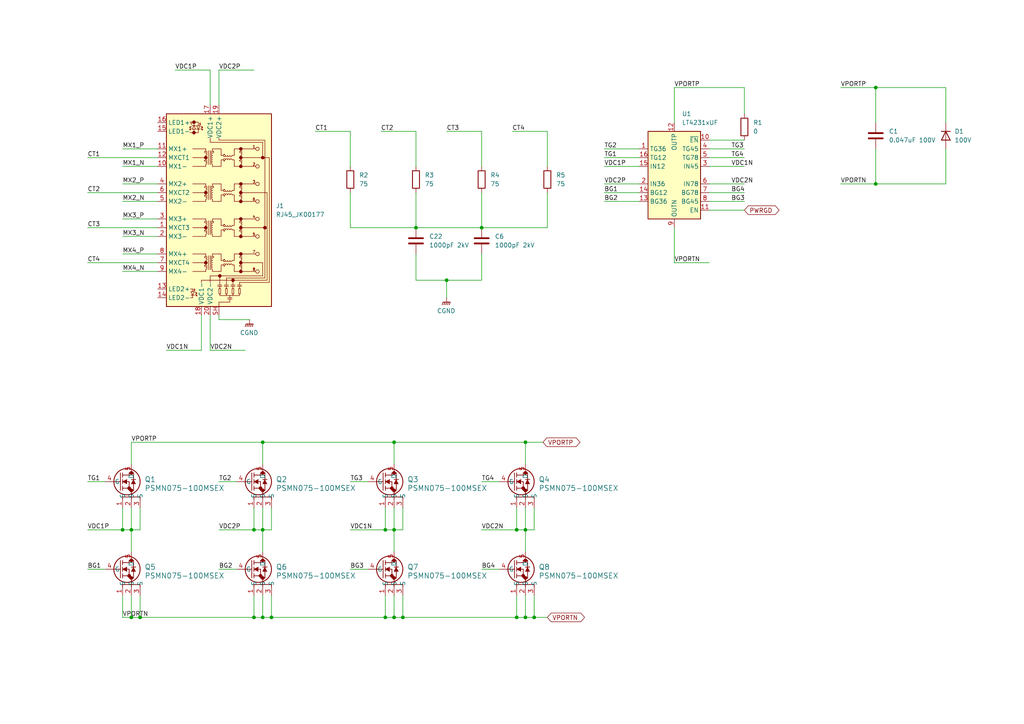
<source format=kicad_sch>
(kicad_sch (version 20231120) (generator "eeschema") (generator_version "8.0")
  (paper "A4")
  (lib_symbols
    (symbol "Connector:RJ45_JK00177"
      (property "Reference" "J" (at -15.24 29.21 0))
      (property "Value" "RJ45_JK00177" (at 10.16 29.21 0))
      (symbol "RJ45_JK00177_0_0"
        (circle (center -7.239 22.479) (radius 0.0001) (stroke (width 0.508)))
        (circle (center -7.239 25.527) (radius 0.0001) (stroke (width 0.508)))
        (circle (center -3.81 -15.24) (radius 0.0001) (stroke (width 0.508)))
        (circle (center -3.81 -5.08) (radius 0.0001) (stroke (width 0.508)))
        (circle (center -3.81 5.08) (radius 0.0001) (stroke (width 0.508)))
        (circle (center -3.81 15.24) (radius 0.0001) (stroke (width 0.508)))
        (circle (center 0.254 -19.05) (radius 0.0001) (stroke (width 0.508)))
        (circle (center 4.064 -20.32) (radius 0.0001) (stroke (width 0.508)))
        (circle (center 6.35 -17.78) (radius 0.0001) (stroke (width 0.508)))
        (circle (center 6.35 -15.24) (radius 0.0001) (stroke (width 0.508)))
        (circle (center 6.35 -12.7) (radius 0.0001) (stroke (width 0.508)))
        (circle (center 6.35 -7.62) (radius 0.0001) (stroke (width 0.508)))
        (circle (center 6.35 -5.08) (radius 0.0001) (stroke (width 0.508)))
        (circle (center 6.35 -2.54) (radius 0.0001) (stroke (width 0.508)))
        (circle (center 6.35 2.54) (radius 0.0001) (stroke (width 0.508)))
        (circle (center 6.35 5.08) (radius 0.0001) (stroke (width 0.508)))
        (circle (center 6.35 7.62) (radius 0.0001) (stroke (width 0.508)))
        (circle (center 6.35 12.7) (radius 0.0001) (stroke (width 0.508)))
        (circle (center 6.35 15.24) (radius 0.0001) (stroke (width 0.508)))
        (circle (center 6.35 17.78) (radius 0.0001) (stroke (width 0.508)))
        (circle (center 12.7 15.24) (radius 0.0001) (stroke (width 0.508)))
        (circle (center 13.335 -5.08) (radius 0.0001) (stroke (width 0.508)))
        (text "" (at -7.874 24.892 900) (effects (font (size 1.27 1.27))))
        (text "1" (at 10.16 18.415 0) (effects (font (size 0.762 0.762))))
        (text "2" (at 10.16 13.335 0) (effects (font (size 0.762 0.762))))
        (text "3" (at 10.16 8.255 0) (effects (font (size 0.762 0.762))))
        (text "4" (at 10.16 -1.905 0) (effects (font (size 0.762 0.762))))
        (text "5" (at 10.16 -6.985 0) (effects (font (size 0.762 0.762))))
        (text "6" (at 10.16 3.175 0) (effects (font (size 0.762 0.762))))
        (text "7" (at 10.16 -12.065 0) (effects (font (size 0.762 0.762))))
        (text "8" (at 10.16 -17.145 0) (effects (font (size 0.762 0.762))))
        (text "G" (at -7.112 -23.114 0) (effects (font (size 0.508 0.508))))
        (text "G" (at -5.461 25.019 0) (effects (font (size 0.508 0.508))))
        (text "Y" (at -8.001 25.019 0) (effects (font (size 0.508 0.508))))
      )
      (symbol "RJ45_JK00177_0_1"
        (rectangle (start -15.24 27.94) (end 15.24 -27.94) (stroke (width 0.254)) (fill (type background)))
        (circle (center -4.064 -16.129) (radius 0.127) (fill (type outline)))
        (circle (center -4.064 -13.589) (radius 0.127) (fill (type outline)))
        (circle (center -4.064 -5.969) (radius 0.127) (fill (type outline)))
        (circle (center -4.064 -3.429) (radius 0.127) (fill (type outline)))
        (circle (center -4.064 4.191) (radius 0.127) (fill (type outline)))
        (circle (center -4.064 6.731) (radius 0.127) (fill (type outline)))
        (circle (center -4.064 14.351) (radius 0.127) (fill (type outline)))
        (circle (center -4.064 16.891) (radius 0.127) (fill (type outline)))
        (arc (start -3.81 -17.145) (mid -3.5052 -16.8402) (end -3.81 -16.51))
        (arc (start -3.81 -16.51) (mid -3.5052 -16.2052) (end -3.81 -15.875))
        (arc (start -3.81 -14.605) (mid -3.5052 -14.3002) (end -3.81 -13.97))
        (arc (start -3.81 -13.97) (mid -3.5052 -13.6652) (end -3.81 -13.335))
        (arc (start -3.81 -6.985) (mid -3.5052 -6.6802) (end -3.81 -6.35))
        (arc (start -3.81 -6.35) (mid -3.5052 -6.0452) (end -3.81 -5.715))
        (arc (start -3.81 -4.445) (mid -3.5052 -4.1402) (end -3.81 -3.81))
        (arc (start -3.81 -3.81) (mid -3.5052 -3.5052) (end -3.81 -3.175))
        (arc (start -3.81 3.175) (mid -3.5052 3.4798) (end -3.81 3.81))
        (arc (start -3.81 3.81) (mid -3.5052 4.1148) (end -3.81 4.445))
        (arc (start -3.81 5.715) (mid -3.5052 6.0198) (end -3.81 6.35))
        (arc (start -3.81 6.35) (mid -3.5052 6.6548) (end -3.81 6.985))
        (arc (start -3.81 13.335) (mid -3.5052 13.6398) (end -3.81 13.97))
        (arc (start -3.81 13.97) (mid -3.5052 14.2748) (end -3.81 14.605))
        (arc (start -3.81 15.875) (mid -3.5052 16.1798) (end -3.81 16.51))
        (arc (start -3.81 16.51) (mid -3.5052 16.8148) (end -3.81 17.145))
        (arc (start -1.905 -16.51) (mid -2.2098 -16.8148) (end -1.905 -17.145))
        (arc (start -1.905 -15.875) (mid -2.2098 -16.1798) (end -1.905 -16.51))
        (arc (start -1.905 -15.24) (mid -2.2098 -15.5448) (end -1.905 -15.875))
        (arc (start -1.905 -14.605) (mid -2.2098 -14.9098) (end -1.905 -15.24))
        (arc (start -1.905 -13.97) (mid -2.2098 -14.2748) (end -1.905 -14.605))
        (arc (start -1.905 -13.335) (mid -2.2098 -13.6398) (end -1.905 -13.97))
        (arc (start -1.905 -6.35) (mid -2.2098 -6.6548) (end -1.905 -6.985))
        (arc (start -1.905 -5.715) (mid -2.2098 -6.0198) (end -1.905 -6.35))
        (arc (start -1.905 -5.08) (mid -2.2098 -5.3848) (end -1.905 -5.715))
        (arc (start -1.905 -4.445) (mid -2.2098 -4.7498) (end -1.905 -5.08))
        (arc (start -1.905 -3.81) (mid -2.2098 -4.1148) (end -1.905 -4.445))
        (arc (start -1.905 -3.175) (mid -2.2098 -3.4798) (end -1.905 -3.81))
        (arc (start -1.905 3.81) (mid -2.2098 3.5052) (end -1.905 3.175))
        (arc (start -1.905 4.445) (mid -2.2098 4.1402) (end -1.905 3.81))
        (arc (start -1.905 5.08) (mid -2.2098 4.7752) (end -1.905 4.445))
        (arc (start -1.905 5.715) (mid -2.2098 5.4102) (end -1.905 5.08))
        (arc (start -1.905 6.35) (mid -2.2098 6.0452) (end -1.905 5.715))
        (arc (start -1.905 6.985) (mid -2.2098 6.6802) (end -1.905 6.35))
        (arc (start -1.905 13.97) (mid -2.2098 13.6652) (end -1.905 13.335))
        (arc (start -1.905 14.605) (mid -2.2098 14.3002) (end -1.905 13.97))
        (arc (start -1.905 15.24) (mid -2.2098 14.9352) (end -1.905 14.605))
        (arc (start -1.905 15.875) (mid -2.2098 15.5702) (end -1.905 15.24))
        (arc (start -1.905 16.51) (mid -2.2098 16.2052) (end -1.905 15.875))
        (arc (start -1.905 17.145) (mid -2.2098 16.8402) (end -1.905 16.51))
        (circle (center -1.651 -13.589) (radius 0.127) (fill (type outline)))
        (circle (center -1.651 -3.429) (radius 0.127) (fill (type outline)))
        (circle (center -1.651 6.731) (radius 0.127) (fill (type outline)))
        (circle (center -1.651 16.891) (radius 0.127) (fill (type outline)))
        (rectangle (start 0 -22.733) (end 0.508 -24.257) (stroke (width 0.1524)))
        (polyline (pts (xy -7.62 -17.78) (xy -3.81 -17.78)))
        (polyline (pts (xy -7.62 -15.24) (xy -6.35 -15.24)))
        (polyline (pts (xy -7.62 -12.7) (xy -3.81 -12.7)))
        (polyline (pts (xy -7.62 -7.62) (xy -3.81 -7.62)))
        (polyline (pts (xy -7.62 -5.08) (xy -6.35 -5.08)))
        (polyline (pts (xy -7.62 -2.54) (xy -3.81 -2.54)))
        (polyline (pts (xy -7.62 2.54) (xy -3.81 2.54)))
        (polyline (pts (xy -7.62 5.08) (xy -6.35 5.08)))
        (polyline (pts (xy -7.62 7.62) (xy -3.81 7.62)))
        (polyline (pts (xy -7.62 12.7) (xy -3.81 12.7)))
        (polyline (pts (xy -7.62 15.24) (xy -6.35 15.24)))
        (polyline (pts (xy -7.62 17.78) (xy -3.81 17.78)))
        (polyline (pts (xy -6.35 -15.24) (xy -3.81 -15.24)))
        (polyline (pts (xy -6.35 -5.08) (xy -3.81 -5.08)))
        (polyline (pts (xy -6.35 5.08) (xy -3.81 5.08)))
        (polyline (pts (xy -6.35 15.24) (xy -3.81 15.24)))
        (polyline (pts (xy -3.81 -17.78) (xy -3.81 -17.145)))
        (polyline (pts (xy -3.81 -15.24) (xy -3.81 -15.875)))
        (polyline (pts (xy -3.81 -15.24) (xy -3.81 -14.605)))
        (polyline (pts (xy -3.81 -12.7) (xy -3.81 -13.335)))
        (polyline (pts (xy -3.81 -7.62) (xy -3.81 -6.985)))
        (polyline (pts (xy -3.81 -5.08) (xy -3.81 -5.715)))
        (polyline (pts (xy -3.81 -5.08) (xy -3.81 -4.445)))
        (polyline (pts (xy -3.81 -2.54) (xy -3.81 -3.175)))
        (polyline (pts (xy -3.81 2.54) (xy -3.81 3.175)))
        (polyline (pts (xy -3.81 5.08) (xy -3.81 4.445)))
        (polyline (pts (xy -3.81 5.08) (xy -3.81 5.715)))
        (polyline (pts (xy -3.81 7.62) (xy -3.81 6.985)))
        (polyline (pts (xy -3.81 12.7) (xy -3.81 13.335)))
        (polyline (pts (xy -3.81 15.24) (xy -3.81 14.605)))
        (polyline (pts (xy -3.81 15.24) (xy -3.81 15.875)))
        (polyline (pts (xy -3.81 17.78) (xy -3.81 17.145)))
        (polyline (pts (xy -3.048 -17.272) (xy -3.048 -13.208)))
        (polyline (pts (xy -3.048 -7.112) (xy -3.048 -3.048)))
        (polyline (pts (xy -3.048 3.048) (xy -3.048 7.112)))
        (polyline (pts (xy -3.048 13.208) (xy -3.048 17.272)))
        (polyline (pts (xy -2.54 -17.272) (xy -2.54 -13.208)))
        (polyline (pts (xy -2.54 -7.112) (xy -2.54 -3.048)))
        (polyline (pts (xy -2.54 3.048) (xy -2.54 7.112)))
        (polyline (pts (xy -2.54 13.208) (xy -2.54 17.272)))
        (polyline (pts (xy -0.381 -22.098) (xy 0.889 -22.098)) (stroke (width 0.1524)))
        (polyline (pts (xy -0.381 -21.717) (xy 0.889 -21.717)) (stroke (width 0.1524)))
        (polyline (pts (xy 0 -27.94) (xy 0 -26.67)) (stroke (width 0.1524)))
        (polyline (pts (xy 0.254 -21.717) (xy 0.254 -19.05)) (stroke (width 0.1524)))
        (polyline (pts (xy 0.254 -19.05) (xy 12.7 -19.05)))
        (polyline (pts (xy 0.635 -14.605) (xy 1.27 -14.605)))
        (polyline (pts (xy 0.635 -4.445) (xy 1.27 -4.445)))
        (polyline (pts (xy 0.635 5.715) (xy 1.27 5.715)))
        (polyline (pts (xy 0.635 15.875) (xy 1.27 15.875)))
        (polyline (pts (xy 1.524 -22.098) (xy 2.794 -22.098)) (stroke (width 0.1524)))
        (polyline (pts (xy 1.524 -21.717) (xy 2.794 -21.717)) (stroke (width 0.1524)))
        (polyline (pts (xy 2.159 -24.257) (xy 2.159 -24.765)) (stroke (width 0.1524)))
        (polyline (pts (xy 2.159 -21.717) (xy 2.159 -19.685)) (stroke (width 0.1524)))
        (polyline (pts (xy 3.429 -22.098) (xy 4.699 -22.098)) (stroke (width 0.1524)))
        (polyline (pts (xy 3.429 -21.717) (xy 4.699 -21.717)) (stroke (width 0.1524)))
        (polyline (pts (xy 3.81 -25.781) (xy 2.54 -25.781)) (stroke (width 0.1524)))
        (polyline (pts (xy 3.81 -25.4) (xy 2.54 -25.4)) (stroke (width 0.1524)))
        (polyline (pts (xy 4.064 -24.257) (xy 4.064 -24.765)) (stroke (width 0.1524)))
        (polyline (pts (xy 4.064 -21.717) (xy 4.064 -20.32)) (stroke (width 0.1524)))
        (polyline (pts (xy 4.445 -17.78) (xy 6.35 -17.78)))
        (polyline (pts (xy 4.445 -12.7) (xy 6.35 -12.7)))
        (polyline (pts (xy 4.445 -7.62) (xy 6.35 -7.62)))
        (polyline (pts (xy 4.445 -2.54) (xy 6.35 -2.54)))
        (polyline (pts (xy 4.445 2.54) (xy 6.35 2.54)))
        (polyline (pts (xy 4.445 7.62) (xy 6.35 7.62)))
        (polyline (pts (xy 4.445 12.7) (xy 6.35 12.7)))
        (polyline (pts (xy 4.445 17.78) (xy 6.35 17.78)))
        (polyline (pts (xy 5.334 -22.098) (xy 6.604 -22.098)) (stroke (width 0.1524)))
        (polyline (pts (xy 5.334 -21.717) (xy 6.604 -21.717)) (stroke (width 0.1524)))
        (polyline (pts (xy 5.969 -21.717) (xy 5.969 -20.955)) (stroke (width 0.1524)))
        (polyline (pts (xy 6.35 -17.78) (xy 6.35 -17.145)))
        (polyline (pts (xy 6.35 -17.78) (xy 10.668 -17.78)))
        (polyline (pts (xy 6.35 -15.24) (xy 6.35 -15.875)))
        (polyline (pts (xy 6.35 -15.24) (xy 6.35 -14.605)))
        (polyline (pts (xy 6.35 -15.24) (xy 12.7 -15.24)))
        (polyline (pts (xy 6.35 -12.7) (xy 6.35 -13.335)))
        (polyline (pts (xy 6.35 -12.7) (xy 10.668 -12.7)))
        (polyline (pts (xy 6.35 -7.62) (xy 6.35 -6.985)))
        (polyline (pts (xy 6.35 -7.62) (xy 10.668 -7.62)))
        (polyline (pts (xy 6.35 -5.08) (xy 6.35 -5.715)))
        (polyline (pts (xy 6.35 -5.08) (xy 6.35 -4.445)))
        (polyline (pts (xy 6.35 -5.08) (xy 13.335 -5.08)))
        (polyline (pts (xy 6.35 -2.54) (xy 6.35 -3.175)))
        (polyline (pts (xy 6.35 -2.54) (xy 10.668 -2.54)))
        (polyline (pts (xy 6.35 2.54) (xy 6.35 3.175)))
        (polyline (pts (xy 6.35 2.54) (xy 10.668 2.54)))
        (polyline (pts (xy 6.35 5.08) (xy 6.35 4.445)))
        (polyline (pts (xy 6.35 5.08) (xy 6.35 5.715)))
        (polyline (pts (xy 6.35 7.62) (xy 6.35 6.985)))
        (polyline (pts (xy 6.35 7.62) (xy 10.668 7.62)))
        (polyline (pts (xy 6.35 12.7) (xy 6.35 13.335)))
        (polyline (pts (xy 6.35 12.7) (xy 10.668 12.7)))
        (polyline (pts (xy 6.35 15.24) (xy 6.35 14.605)))
        (polyline (pts (xy 6.35 15.24) (xy 6.35 15.875)))
        (polyline (pts (xy 6.35 17.78) (xy 6.35 17.145)))
        (polyline (pts (xy 6.35 17.78) (xy 10.668 17.78)))
        (polyline (pts (xy 12.7 -19.05) (xy 12.7 -15.24)))
        (polyline (pts (xy 13.335 -19.685) (xy 2.159 -19.685)) (stroke (width 0.1524)))
        (polyline (pts (xy 13.335 -19.685) (xy 13.335 -5.08)))
        (polyline (pts (xy 13.97 -20.32) (xy 4.064 -20.32)) (stroke (width 0.1524)))
        (polyline (pts (xy 13.97 -20.32) (xy 13.97 5.08)))
        (polyline (pts (xy 13.97 5.08) (xy 6.35 5.08)))
        (polyline (pts (xy 14.605 -20.955) (xy 5.969 -20.955)) (stroke (width 0.1524)))
        (polyline (pts (xy 14.605 -20.955) (xy 14.605 15.24)))
        (polyline (pts (xy 14.605 15.24) (xy 6.35 15.24)))
        (polyline (pts (xy -2.54 -20.955) (xy -2.54 -19.05) (xy 0.254 -19.05)) (stroke (width 0.1524)))
        (polyline (pts (xy -1.905 -17.145) (xy -1.905 -17.78) (xy 0 -17.78)))
        (polyline (pts (xy -1.905 -13.335) (xy -1.905 -12.7) (xy 0 -12.7)))
        (polyline (pts (xy -1.905 -6.985) (xy -1.905 -7.62) (xy 0 -7.62)))
        (polyline (pts (xy -1.905 -3.175) (xy -1.905 -2.54) (xy 0 -2.54)))
        (polyline (pts (xy -1.905 3.175) (xy -1.905 2.54) (xy 0 2.54)))
        (polyline (pts (xy -1.905 6.985) (xy -1.905 7.62) (xy 0 7.62)))
        (polyline (pts (xy -1.905 13.335) (xy -1.905 12.7) (xy 0 12.7)))
        (polyline (pts (xy -1.905 17.145) (xy -1.905 17.78) (xy 0 17.78)))
        (polyline (pts (xy 0 -26.67) (xy 3.175 -26.67) (xy 3.175 -25.781)) (stroke (width 0.1524)))
        (polyline (pts (xy 0 -12.7) (xy 0.635 -12.7) (xy 0.635 -14.605)))
        (polyline (pts (xy 0 -2.54) (xy 0.635 -2.54) (xy 0.635 -4.445)))
        (polyline (pts (xy 0 7.62) (xy 0.635 7.62) (xy 0.635 5.715)))
        (polyline (pts (xy 0 17.78) (xy 0.635 17.78) (xy 0.635 15.875)))
        (polyline (pts (xy 3.81 -15.875) (xy 4.445 -15.875) (xy 4.445 -17.78)))
        (polyline (pts (xy 3.81 -14.605) (xy 4.445 -14.605) (xy 4.445 -12.7)))
        (polyline (pts (xy 3.81 -5.715) (xy 4.445 -5.715) (xy 4.445 -7.62)))
        (polyline (pts (xy 3.81 -4.445) (xy 4.445 -4.445) (xy 4.445 -2.54)))
        (polyline (pts (xy 3.81 4.445) (xy 4.445 4.445) (xy 4.445 2.54)))
        (polyline (pts (xy 3.81 5.715) (xy 4.445 5.715) (xy 4.445 7.62)))
        (polyline (pts (xy 3.81 14.605) (xy 4.445 14.605) (xy 4.445 12.7)))
        (polyline (pts (xy 3.81 15.875) (xy 4.445 15.875) (xy 4.445 17.78)))
        (polyline (pts (xy 4.064 -20.32) (xy -5.08 -20.32) (xy -5.08 -20.955)) (stroke (width 0.1524)))
        (polyline (pts (xy -2.54 20.955) (xy -2.54 19.685) (xy 12.7 19.685) (xy 12.7 15.24)) (stroke (width 0.1524)))
        (polyline (pts (xy 0 -17.78) (xy 0.635 -17.78) (xy 0.635 -15.875) (xy 1.27 -15.875)))
        (polyline (pts (xy 0 -7.62) (xy 0.635 -7.62) (xy 0.635 -5.715) (xy 1.27 -5.715)))
        (polyline (pts (xy 0 2.54) (xy 0.635 2.54) (xy 0.635 4.445) (xy 1.27 4.445)))
        (polyline (pts (xy 0 12.7) (xy 0.635 12.7) (xy 0.635 14.605) (xy 1.27 14.605)))
        (polyline (pts (xy 0.254 -24.257) (xy 0.254 -24.765) (xy 5.969 -24.765) (xy 5.969 -24.257)) (stroke (width 0.1524)))
        (polyline (pts (xy 13.335 -5.08) (xy 13.335 20.32) (xy 0 20.32) (xy 0 20.955)) (stroke (width 0.1524)))
        (rectangle (start 0.254 -22.733) (end 0.254 -22.098) (stroke (width 0.1524)))
        (arc (start 1.27 -14.605) (mid 1.5748 -14.9098) (end 1.905 -14.605))
        (arc (start 1.27 -4.445) (mid 1.5748 -4.7498) (end 1.905 -4.445))
        (arc (start 1.27 5.715) (mid 1.5748 5.4102) (end 1.905 5.715))
        (arc (start 1.27 15.875) (mid 1.5748 15.5702) (end 1.905 15.875))
        (circle (center 1.524 -16.129) (radius 0.127) (fill (type outline)))
        (circle (center 1.524 -14.351) (radius 0.127) (fill (type outline)))
        (circle (center 1.524 -5.969) (radius 0.127) (fill (type outline)))
        (circle (center 1.524 -4.191) (radius 0.127) (fill (type outline)))
        (circle (center 1.524 4.191) (radius 0.127) (fill (type outline)))
        (circle (center 1.524 5.969) (radius 0.127) (fill (type outline)))
        (circle (center 1.524 14.351) (radius 0.127) (fill (type outline)))
        (circle (center 1.524 16.129) (radius 0.127) (fill (type outline)))
        (rectangle (start 1.905 -22.733) (end 2.413 -24.257) (stroke (width 0.1524)))
        (arc (start 1.905 -15.875) (mid 1.6002 -15.5702) (end 1.27 -15.875))
        (arc (start 1.905 -14.605) (mid 2.2098 -14.9098) (end 2.54 -14.605))
        (arc (start 1.905 -5.715) (mid 1.6002 -5.4102) (end 1.27 -5.715))
        (arc (start 1.905 -4.445) (mid 2.2098 -4.7498) (end 2.54 -4.445))
        (arc (start 1.905 4.445) (mid 1.6002 4.7498) (end 1.27 4.445))
        (arc (start 1.905 5.715) (mid 2.2098 5.4102) (end 2.54 5.715))
        (arc (start 1.905 14.605) (mid 1.6002 14.9098) (end 1.27 14.605))
        (arc (start 1.905 15.875) (mid 2.2098 15.5702) (end 2.54 15.875))
        (rectangle (start 2.159 -22.733) (end 2.159 -22.098) (stroke (width 0.1524)))
        (arc (start 2.54 -15.875) (mid 2.2352 -15.5702) (end 1.905 -15.875))
        (arc (start 2.54 -14.605) (mid 2.8448 -14.9098) (end 3.175 -14.605))
        (arc (start 2.54 -5.715) (mid 2.2352 -5.4102) (end 1.905 -5.715))
        (arc (start 2.54 -4.445) (mid 2.8448 -4.7498) (end 3.175 -4.445))
        (arc (start 2.54 4.445) (mid 2.2352 4.7498) (end 1.905 4.445))
        (arc (start 2.54 5.715) (mid 2.8448 5.4102) (end 3.175 5.715))
        (arc (start 2.54 14.605) (mid 2.2352 14.9098) (end 1.905 14.605))
        (arc (start 2.54 15.875) (mid 2.8448 15.5702) (end 3.175 15.875))
        (rectangle (start 3.175 -24.765) (end 3.175 -25.4) (stroke (width 0.1524)))
        (arc (start 3.175 -15.875) (mid 2.8702 -15.5702) (end 2.54 -15.875))
        (arc (start 3.175 -14.605) (mid 3.4798 -14.9098) (end 3.81 -14.605))
        (arc (start 3.175 -5.715) (mid 2.8702 -5.4102) (end 2.54 -5.715))
        (arc (start 3.175 -4.445) (mid 3.4798 -4.7498) (end 3.81 -4.445))
        (arc (start 3.175 4.445) (mid 2.8702 4.7498) (end 2.54 4.445))
        (arc (start 3.175 5.715) (mid 3.4798 5.4102) (end 3.81 5.715))
        (arc (start 3.175 14.605) (mid 2.8702 14.9098) (end 2.54 14.605))
        (arc (start 3.175 15.875) (mid 3.4798 15.5702) (end 3.81 15.875))
        (rectangle (start 3.81 -22.733) (end 4.318 -24.257) (stroke (width 0.1524)))
        (arc (start 3.81 -15.875) (mid 3.5052 -15.5702) (end 3.175 -15.875))
        (arc (start 3.81 -5.715) (mid 3.5052 -5.4102) (end 3.175 -5.715))
        (arc (start 3.81 4.445) (mid 3.5052 4.7498) (end 3.175 4.445))
        (arc (start 3.81 14.605) (mid 3.5052 14.9098) (end 3.175 14.605))
        (rectangle (start 4.064 -22.733) (end 4.064 -22.098) (stroke (width 0.1524)))
        (rectangle (start 5.715 -22.733) (end 6.223 -24.257) (stroke (width 0.1524)))
        (rectangle (start 5.969 -22.733) (end 5.969 -22.098) (stroke (width 0.1524)))
        (circle (center 6.096 -16.129) (radius 0.127) (fill (type outline)))
        (circle (center 6.096 -13.589) (radius 0.127) (fill (type outline)))
        (circle (center 6.096 -5.969) (radius 0.127) (fill (type outline)))
        (circle (center 6.096 -3.429) (radius 0.127) (fill (type outline)))
        (circle (center 6.096 4.191) (radius 0.127) (fill (type outline)))
        (circle (center 6.096 6.731) (radius 0.127) (fill (type outline)))
        (circle (center 6.096 14.351) (radius 0.127) (fill (type outline)))
        (circle (center 6.096 16.891) (radius 0.127) (fill (type outline)))
        (arc (start 6.35 -17.145) (mid 6.6548 -16.8275) (end 6.35 -16.51))
        (arc (start 6.35 -16.51) (mid 6.6548 -16.1925) (end 6.35 -15.875))
        (arc (start 6.35 -14.605) (mid 6.6548 -14.2875) (end 6.35 -13.97))
        (arc (start 6.35 -13.97) (mid 6.6548 -13.6525) (end 6.35 -13.335))
        (arc (start 6.35 -6.985) (mid 6.6548 -6.6675) (end 6.35 -6.35))
        (arc (start 6.35 -6.35) (mid 6.6548 -6.0325) (end 6.35 -5.715))
        (arc (start 6.35 -4.445) (mid 6.6548 -4.1275) (end 6.35 -3.81))
        (arc (start 6.35 -3.81) (mid 6.6548 -3.4925) (end 6.35 -3.175))
        (arc (start 6.35 3.175) (mid 6.6548 3.4925) (end 6.35 3.81))
        (arc (start 6.35 3.81) (mid 6.6548 4.1275) (end 6.35 4.445))
        (arc (start 6.35 5.715) (mid 6.6548 6.0325) (end 6.35 6.35))
        (arc (start 6.35 6.35) (mid 6.6548 6.6675) (end 6.35 6.985))
        (arc (start 6.35 13.335) (mid 6.6548 13.6525) (end 6.35 13.97))
        (arc (start 6.35 13.97) (mid 6.6548 14.2875) (end 6.35 14.605))
        (arc (start 6.35 15.875) (mid 6.6548 16.1925) (end 6.35 16.51))
        (arc (start 6.35 16.51) (mid 6.6548 16.8275) (end 6.35 17.145))
        (circle (center 11.176 -17.78) (radius 0.508))
        (circle (center 11.176 -12.7) (radius 0.508))
        (circle (center 11.176 -7.62) (radius 0.508))
        (circle (center 11.176 -2.54) (radius 0.508))
        (circle (center 11.176 2.54) (radius 0.508))
        (circle (center 11.176 7.62) (radius 0.508))
        (circle (center 11.176 12.7) (radius 0.508))
        (circle (center 11.176 17.78) (radius 0.508))
      )
      (symbol "RJ45_JK00177_1_1"
        (polyline (pts (xy -8.509 23.241) (xy -8.382 23.622)))
        (polyline (pts (xy -8.509 23.876) (xy -8.382 24.257)))
        (polyline (pts (xy -8.255 -25.4) (xy -7.62 -25.4)))
        (polyline (pts (xy -8.255 -22.86) (xy -7.62 -22.86)))
        (polyline (pts (xy -8.128 -24.638) (xy -7.112 -24.638)))
        (polyline (pts (xy -7.62 -25.4) (xy -7.62 -24.638)))
        (polyline (pts (xy -7.62 -22.86) (xy -7.62 -23.622)))
        (polyline (pts (xy -7.239 22.479) (xy -7.239 23.495)))
        (polyline (pts (xy -7.239 25.527) (xy -7.239 24.511)))
        (polyline (pts (xy -6.731 24.511) (xy -7.747 24.511)))
        (polyline (pts (xy -6.477 23.495) (xy -5.461 23.495)))
        (polyline (pts (xy -6.35 -24.892) (xy -6.477 -24.511)))
        (polyline (pts (xy -6.35 -24.257) (xy -6.477 -23.876)))
        (polyline (pts (xy -4.699 23.241) (xy -4.826 23.622)))
        (polyline (pts (xy -4.699 23.876) (xy -4.826 24.257)))
        (polyline (pts (xy -8.382 22.479) (xy -5.969 22.479) (xy -5.969 23.495)))
        (polyline (pts (xy -8.001 23.749) (xy -8.509 23.241) (xy -8.128 23.368)))
        (polyline (pts (xy -8.001 24.384) (xy -8.509 23.876) (xy -8.128 24.003)))
        (polyline (pts (xy -6.858 -24.384) (xy -6.35 -24.892) (xy -6.731 -24.765)))
        (polyline (pts (xy -6.858 -23.749) (xy -6.35 -24.257) (xy -6.731 -24.13)))
        (polyline (pts (xy -5.969 24.511) (xy -5.969 25.527) (xy -8.382 25.527)))
        (polyline (pts (xy -5.207 23.749) (xy -4.699 23.241) (xy -5.08 23.368)))
        (polyline (pts (xy -5.207 24.384) (xy -4.699 23.876) (xy -5.08 24.003)))
        (polyline (pts (xy -7.62 -24.638) (xy -8.128 -23.622) (xy -7.112 -23.622) (xy -7.62 -24.638)))
        (polyline (pts (xy -7.239 24.511) (xy -6.731 23.495) (xy -7.747 23.495) (xy -7.239 24.511)))
        (polyline (pts (xy -5.969 23.495) (xy -6.477 24.511) (xy -5.461 24.511) (xy -5.969 23.495)))
        (pin passive line (at -17.78 -5.08 0) (length 2.54) (name "MXCT3") (number "1"))
        (pin passive line (at -17.78 12.7 0) (length 2.54) (name "MX1-") (number "10"))
        (pin passive line (at -17.78 17.78 0) (length 2.54) (name "MX1+") (number "11"))
        (pin passive line (at -17.78 15.24 0) (length 2.54) (name "MXCT1") (number "12"))
        (pin passive line (at -17.78 -22.86 0) (length 2.54) (name "LED2+") (number "13"))
        (pin passive line (at -17.78 -25.4 0) (length 2.54) (name "LED2-") (number "14"))
        (pin passive line (at -17.78 22.86 0) (length 2.54) (name "LED1-") (number "15"))
        (pin passive line (at -17.78 25.4 0) (length 2.54) (name "LED1+") (number "16"))
        (pin passive line (at -2.54 30.48 270) (length 2.54) (name "VDC1+") (number "17"))
        (pin passive line (at -5.08 -30.48 90) (length 2.54) (name "VDC1-") (number "18"))
        (pin passive line (at 0 30.48 270) (length 2.54) (name "VDC2+") (number "19"))
        (pin passive line (at -17.78 -7.62 0) (length 2.54) (name "MX3-") (number "2"))
        (pin passive line (at -2.54 -30.48 90) (length 2.54) (name "VDC2-") (number "20"))
        (pin passive line (at -17.78 -2.54 0) (length 2.54) (name "MX3+") (number "3"))
        (pin passive line (at -17.78 7.62 0) (length 2.54) (name "MX2+") (number "4"))
        (pin passive line (at -17.78 2.54 0) (length 2.54) (name "MX2-") (number "5"))
        (pin passive line (at -17.78 5.08 0) (length 2.54) (name "MXCT2") (number "6"))
        (pin passive line (at -17.78 -15.24 0) (length 2.54) (name "MXCT4") (number "7"))
        (pin passive line (at -17.78 -12.7 0) (length 2.54) (name "MX4+") (number "8"))
        (pin passive line (at -17.78 -17.78 0) (length 2.54) (name "MX4-") (number "9"))
        (pin passive line (at 0 -30.48 90) (length 2.54) (name "~") (number "SH"))
      )
    )
    (symbol "Device:C" (pin_numbers hide) (pin_names (offset 0.254))
      (property "Reference" "C" (at 0.635 2.54 0))
      (property "Value" "C" (at 0.635 -2.54 0))
      (symbol "C_0_1"
        (polyline (pts (xy -2.032 -0.762) (xy 2.032 -0.762)) (stroke (width 0.508)))
        (polyline (pts (xy -2.032 0.762) (xy 2.032 0.762)) (stroke (width 0.508)))
      )
      (symbol "C_1_1"
        (pin passive line (at 0 3.81 270) (length 2.794) (name "~") (number "1"))
        (pin passive line (at 0 -3.81 90) (length 2.794) (name "~") (number "2"))
      )
    )
    (symbol "Device:D" (pin_numbers hide) (pin_names (offset 1.016) hide)
      (property "Reference" "D" (at 0 2.54 0))
      (property "Value" "D" (at 0 -2.54 0))
      (symbol "D_0_1"
        (polyline (pts (xy -1.27 1.27) (xy -1.27 -1.27)) (stroke (width 0.254)))
        (polyline (pts (xy 1.27 0) (xy -1.27 0)))
        (polyline (pts (xy 1.27 1.27) (xy 1.27 -1.27) (xy -1.27 0) (xy 1.27 1.27)) (stroke (width 0.254)))
      )
      (symbol "D_1_1"
        (pin passive line (at -3.81 0 0) (length 2.54) (name "K") (number "1"))
        (pin passive line (at 3.81 0 180) (length 2.54) (name "A") (number "2"))
      )
    )
    (symbol "Device:R" (pin_numbers hide) (pin_names (offset 0))
      (property "Reference" "R" (at 2.032 0 90))
      (property "Value" "R" (at 0 0 90))
      (symbol "R_0_1"
        (rectangle (start -1.016 -2.54) (end 1.016 2.54) (stroke (width 0.254)))
      )
      (symbol "R_1_1"
        (pin passive line (at 0 3.81 270) (length 1.27) (name "~") (number "1"))
        (pin passive line (at 0 -3.81 90) (length 1.27) (name "~") (number "2"))
      )
    )
    (symbol "PSMN075-100MSEX:PSMN075-100MSEX" (pin_names (offset 0.254))
      (property "Reference" "Q" (at 11.43 1.905 0))
      (property "Value" "PSMN075-100MSEX" (at 11.43 -2.54 0))
      (symbol "PSMN075-100MSEX_0_1"
        (polyline (pts (xy 2.54 0) (xy 4.445 0)) (stroke (width 0.2032)))
        (polyline (pts (xy 4.445 -2.54) (xy 4.445 2.54)) (stroke (width 0.2032)))
        (polyline (pts (xy 5.08 -5.08) (xy 5.08 -4.445)) (stroke (width 0.2032)))
        (polyline (pts (xy 5.08 -2.54) (xy 5.08 -1.27)) (stroke (width 0.2032)))
        (polyline (pts (xy 5.08 -1.905) (xy 6.985 -1.905)) (stroke (width 0.2032)))
        (polyline (pts (xy 5.08 -0.635) (xy 5.08 0.635)) (stroke (width 0.2032)))
        (polyline (pts (xy 5.08 1.27) (xy 5.08 2.54)) (stroke (width 0.2032)))
        (polyline (pts (xy 5.08 1.905) (xy 6.985 1.905)) (stroke (width 0.2032)))
        (polyline (pts (xy 6.35 0) (xy 6.985 0)) (stroke (width 0.2032)))
        (polyline (pts (xy 6.985 -2.54) (xy 6.985 0)) (stroke (width 0.2032)))
        (polyline (pts (xy 6.985 -2.54) (xy 8.255 -2.54)) (stroke (width 0.2032)))
        (polyline (pts (xy 6.985 1.905) (xy 6.985 2.54)) (stroke (width 0.2032)))
        (polyline (pts (xy 6.985 2.54) (xy 8.255 2.54)) (stroke (width 0.2032)))
        (polyline (pts (xy 7.62 -5.08) (xy 7.62 -4.445)) (stroke (width 0.2032)))
        (polyline (pts (xy 7.62 -2.54) (xy 7.62 -4.445)) (stroke (width 0.2032)))
        (polyline (pts (xy 8.255 -2.54) (xy 8.255 -0.635)) (stroke (width 0.2032)))
        (polyline (pts (xy 8.255 0.635) (xy 8.255 2.54)) (stroke (width 0.2032)))
        (polyline (pts (xy 8.89 0.635) (xy 7.62 0.635)) (stroke (width 0.2032)))
        (polyline (pts (xy 10.16 -5.08) (xy 10.16 -4.445)) (stroke (width 0.2032)))
        (polyline (pts (xy 10.16 -4.445) (xy 5.08 -4.445)) (stroke (width 0.2032)))
        (polyline (pts (xy 6.35 0.635) (xy 5.08 0) (xy 6.35 -0.635)) (fill (type outline)))
        (polyline (pts (xy 8.89 -0.635) (xy 7.62 -0.635) (xy 8.255 0.635)) (fill (type outline)))
        (circle (center 6.35 0) (radius 3.81) (stroke (width 0.254)))
        (circle (center 6.985 -1.905) (radius 0.0254) (stroke (width 0.508)))
        (circle (center 7.62 -2.54) (radius 0.0254) (stroke (width 0.508)))
        (circle (center 7.62 2.54) (radius 0.0254) (stroke (width 0.508)))
        (pin unspecified line (at 5.08 -7.62 90) (length 2.54) (name "S") (number "1"))
        (pin unspecified line (at 7.62 -7.62 90) (length 2.54) (name "S") (number "2"))
        (pin unspecified line (at 10.16 -7.62 90) (length 2.54) (name "S") (number "3"))
        (pin unspecified line (at 0 0 0) (length 2.54) (name "G") (number "4"))
        (pin unspecified line (at 7.62 5.08 270) (length 2.54) (name "D") (number "5"))
      )
    )
    (symbol "Power_Management:LT4231xUF"
      (property "Reference" "U" (at -6.35 13.97 0))
      (property "Value" "LT4231xUF" (at 1.27 13.97 0))
      (symbol "LT4231xUF_0_1"
        (rectangle (start -7.62 12.7) (end 7.62 -12.7) (stroke (width 0.254)) (fill (type background)))
      )
      (symbol "LT4231xUF_1_1"
        (pin output line (at -10.16 7.62 0) (length 2.54) (name "TG36") (number "1"))
        (pin output line (at 10.16 10.16 180) (length 2.54) (name "~{EN}") (number "10"))
        (pin output line (at 10.16 -10.16 180) (length 2.54) (name "EN") (number "11"))
        (pin power_in line (at 0 15.24 270) (length 2.54) (name "OUTP") (number "12"))
        (pin output line (at -10.16 -7.62 0) (length 2.54) (name "BG36") (number "13"))
        (pin output line (at -10.16 -5.08 0) (length 2.54) (name "BG12") (number "14"))
        (pin power_in line (at -10.16 2.54 0) (length 2.54) (name "IN12") (number "15"))
        (pin output line (at -10.16 5.08 0) (length 2.54) (name "TG12") (number "16"))
        (pin passive line (at 0 -15.24 90) (length 2.54) hide (name "OUTN") (number "17"))
        (pin power_in line (at -10.16 -2.54 0) (length 2.54) (name "IN36") (number "2"))
        (pin power_in line (at 10.16 2.54 180) (length 2.54) (name "IN45") (number "3"))
        (pin output line (at 10.16 7.62 180) (length 2.54) (name "TG45") (number "4"))
        (pin output line (at 10.16 5.08 180) (length 2.54) (name "TG78") (number "5"))
        (pin power_in line (at 10.16 -2.54 180) (length 2.54) (name "IN78") (number "6"))
        (pin output line (at 10.16 -5.08 180) (length 2.54) (name "BG78") (number "7"))
        (pin output line (at 10.16 -7.62 180) (length 2.54) (name "BG45") (number "8"))
        (pin power_in line (at 0 -15.24 90) (length 2.54) (name "OUTN") (number "9"))
      )
    )
    (symbol "power:GNDPWR" (power) (pin_numbers hide) (pin_names (offset 0) hide)
      (property "Value" "GNDPWR" (at 0 -3.302 0))
      (symbol "GNDPWR_0_1"
        (polyline (pts (xy 0 -1.27) (xy 0 0)))
        (polyline (pts (xy -1.016 -1.27) (xy -1.27 -2.032) (xy -1.27 -2.032)) (stroke (width 0.2032)))
        (polyline (pts (xy -0.508 -1.27) (xy -0.762 -2.032) (xy -0.762 -2.032)) (stroke (width 0.2032)))
        (polyline (pts (xy 0 -1.27) (xy -0.254 -2.032) (xy -0.254 -2.032)) (stroke (width 0.2032)))
        (polyline (pts (xy 0.508 -1.27) (xy 0.254 -2.032) (xy 0.254 -2.032)) (stroke (width 0.2032)))
        (polyline (pts (xy 1.016 -1.27) (xy -1.016 -1.27) (xy -1.016 -1.27)) (stroke (width 0.2032)))
        (polyline (pts (xy 1.016 -1.27) (xy 0.762 -2.032) (xy 0.762 -2.032) (xy 0.762 -2.032)) (stroke (width 0.2032)))
      )
      (symbol "GNDPWR_1_1"
        (pin power_in line (at 0 0 270) (length 0) (name "~") (number "1"))
      )
    )
  )
  (junction (at 38.1 179.07))
  (junction (at 76.2 128.27))
  (junction (at 152.4 128.27))
  (junction (at 114.3 128.27))
  (junction (at 35.56 153.67))
  (junction (at 116.84 179.07))
  (junction (at 129.54 81.28))
  (junction (at 76.2 153.67))
  (junction (at 114.3 179.07))
  (junction (at 111.76 153.67))
  (junction (at 114.3 153.67))
  (junction (at 254 25.4))
  (junction (at 254 53.34))
  (junction (at 120.65 66.04))
  (junction (at 149.86 179.07))
  (junction (at 139.7 66.04))
  (junction (at 111.76 179.07))
  (junction (at 152.4 179.07))
  (junction (at 40.64 179.07))
  (junction (at 76.2 179.07))
  (junction (at 38.1 153.67))
  (junction (at 149.86 153.67))
  (junction (at 154.94 179.07))
  (junction (at 152.4 153.67))
  (junction (at 78.74 179.07))
  (junction (at 73.66 179.07))
  (junction (at 73.66 153.67))
  (wire (pts (xy 25.4 76.2) (xy 45.72 76.2)))
  (wire (pts (xy 78.74 147.32) (xy 78.74 153.67)))
  (wire (pts (xy 38.1 172.72) (xy 38.1 179.07)))
  (wire (pts (xy 73.66 20.32) (xy 63.5 20.32)))
  (wire (pts (xy 25.4 55.88) (xy 45.72 55.88)))
  (wire (pts (xy 205.74 60.96) (xy 215.9 60.96)))
  (wire (pts (xy 63.5 153.67) (xy 73.66 153.67)))
  (wire (pts (xy 175.26 48.26) (xy 185.42 48.26)))
  (wire (pts (xy 205.74 43.18) (xy 215.9 43.18)))
  (wire (pts (xy 38.1 153.67) (xy 40.64 153.67)))
  (wire (pts (xy 25.4 139.7) (xy 30.48 139.7)))
  (wire (pts (xy 139.7 81.28) (xy 139.7 73.66)))
  (wire (pts (xy 116.84 179.07) (xy 149.86 179.07)))
  (wire (pts (xy 175.26 55.88) (xy 185.42 55.88)))
  (wire (pts (xy 101.6 55.88) (xy 101.6 66.04)))
  (wire (pts (xy 116.84 172.72) (xy 116.84 179.07)))
  (wire (pts (xy 38.1 179.07) (xy 40.64 179.07)))
  (wire (pts (xy 274.32 53.34) (xy 274.32 43.18)))
  (wire (pts (xy 76.2 128.27) (xy 76.2 134.62)))
  (wire (pts (xy 76.2 153.67) (xy 78.74 153.67)))
  (wire (pts (xy 149.86 147.32) (xy 149.86 153.67)))
  (wire (pts (xy 149.86 179.07) (xy 149.86 172.72)))
  (wire (pts (xy 120.65 81.28) (xy 129.54 81.28)))
  (wire (pts (xy 111.76 147.32) (xy 111.76 153.67)))
  (wire (pts (xy 114.3 128.27) (xy 152.4 128.27)))
  (wire (pts (xy 35.56 73.66) (xy 45.72 73.66)))
  (wire (pts (xy 139.7 38.1) (xy 139.7 48.26)))
  (wire (pts (xy 101.6 165.1) (xy 106.68 165.1)))
  (wire (pts (xy 111.76 172.72) (xy 111.76 179.07)))
  (wire (pts (xy 63.5 20.32) (xy 63.5 30.48)))
  (wire (pts (xy 205.74 58.42) (xy 215.9 58.42)))
  (wire (pts (xy 243.84 25.4) (xy 254 25.4)))
  (wire (pts (xy 60.96 20.32) (xy 50.8 20.32)))
  (wire (pts (xy 38.1 179.07) (xy 35.56 179.07)))
  (wire (pts (xy 76.2 147.32) (xy 76.2 153.67)))
  (wire (pts (xy 152.4 179.07) (xy 154.94 179.07)))
  (wire (pts (xy 35.56 172.72) (xy 35.56 179.07)))
  (wire (pts (xy 111.76 179.07) (xy 114.3 179.07)))
  (wire (pts (xy 35.56 63.5) (xy 45.72 63.5)))
  (wire (pts (xy 73.66 153.67) (xy 76.2 153.67)))
  (wire (pts (xy 63.5 92.71) (xy 63.5 91.44)))
  (wire (pts (xy 152.4 172.72) (xy 152.4 179.07)))
  (wire (pts (xy 73.66 172.72) (xy 73.66 179.07)))
  (wire (pts (xy 139.7 38.1) (xy 129.54 38.1)))
  (wire (pts (xy 154.94 147.32) (xy 154.94 153.67)))
  (wire (pts (xy 78.74 179.07) (xy 111.76 179.07)))
  (wire (pts (xy 175.26 43.18) (xy 185.42 43.18)))
  (wire (pts (xy 35.56 78.74) (xy 45.72 78.74)))
  (wire (pts (xy 114.3 128.27) (xy 114.3 134.62)))
  (wire (pts (xy 139.7 153.67) (xy 149.86 153.67)))
  (wire (pts (xy 35.56 68.58) (xy 45.72 68.58)))
  (wire (pts (xy 63.5 139.7) (xy 68.58 139.7)))
  (wire (pts (xy 60.96 91.44) (xy 60.96 101.6)))
  (wire (pts (xy 58.42 91.44) (xy 58.42 101.6)))
  (wire (pts (xy 60.96 20.32) (xy 60.96 30.48)))
  (wire (pts (xy 76.2 153.67) (xy 76.2 160.02)))
  (wire (pts (xy 120.65 38.1) (xy 110.49 38.1)))
  (wire (pts (xy 116.84 147.32) (xy 116.84 153.67)))
  (wire (pts (xy 254 25.4) (xy 254 35.56)))
  (wire (pts (xy 175.26 58.42) (xy 185.42 58.42)))
  (wire (pts (xy 205.74 53.34) (xy 215.9 53.34)))
  (wire (pts (xy 154.94 179.07) (xy 158.75 179.07)))
  (wire (pts (xy 101.6 38.1) (xy 101.6 48.26)))
  (wire (pts (xy 149.86 179.07) (xy 152.4 179.07)))
  (wire (pts (xy 76.2 128.27) (xy 114.3 128.27)))
  (wire (pts (xy 139.7 139.7) (xy 144.78 139.7)))
  (wire (pts (xy 25.4 66.04) (xy 45.72 66.04)))
  (wire (pts (xy 25.4 153.67) (xy 35.56 153.67)))
  (wire (pts (xy 158.75 66.04) (xy 139.7 66.04)))
  (wire (pts (xy 73.66 179.07) (xy 76.2 179.07)))
  (wire (pts (xy 120.65 66.04) (xy 101.6 66.04)))
  (wire (pts (xy 76.2 172.72) (xy 76.2 179.07)))
  (wire (pts (xy 195.58 76.2) (xy 195.58 66.04)))
  (wire (pts (xy 40.64 172.72) (xy 40.64 179.07)))
  (wire (pts (xy 58.42 101.6) (xy 48.26 101.6)))
  (wire (pts (xy 195.58 25.4) (xy 215.9 25.4)))
  (wire (pts (xy 120.65 66.04) (xy 139.7 66.04)))
  (wire (pts (xy 205.74 55.88) (xy 215.9 55.88)))
  (wire (pts (xy 76.2 179.07) (xy 78.74 179.07)))
  (wire (pts (xy 149.86 153.67) (xy 152.4 153.67)))
  (wire (pts (xy 71.12 101.6) (xy 60.96 101.6)))
  (wire (pts (xy 152.4 153.67) (xy 154.94 153.67)))
  (wire (pts (xy 38.1 153.67) (xy 38.1 160.02)))
  (wire (pts (xy 195.58 76.2) (xy 205.74 76.2)))
  (wire (pts (xy 158.75 55.88) (xy 158.75 66.04)))
  (wire (pts (xy 154.94 172.72) (xy 154.94 179.07)))
  (wire (pts (xy 63.5 165.1) (xy 68.58 165.1)))
  (wire (pts (xy 254 25.4) (xy 274.32 25.4)))
  (wire (pts (xy 114.3 153.67) (xy 116.84 153.67)))
  (wire (pts (xy 254 43.18) (xy 254 53.34)))
  (wire (pts (xy 101.6 153.67) (xy 111.76 153.67)))
  (wire (pts (xy 205.74 40.64) (xy 215.9 40.64)))
  (wire (pts (xy 91.44 38.1) (xy 101.6 38.1)))
  (wire (pts (xy 215.9 25.4) (xy 215.9 33.02)))
  (wire (pts (xy 120.65 73.66) (xy 120.65 81.28)))
  (wire (pts (xy 243.84 53.34) (xy 254 53.34)))
  (wire (pts (xy 25.4 45.72) (xy 45.72 45.72)))
  (wire (pts (xy 195.58 25.4) (xy 195.58 35.56)))
  (wire (pts (xy 25.4 165.1) (xy 30.48 165.1)))
  (wire (pts (xy 114.3 153.67) (xy 114.3 160.02)))
  (wire (pts (xy 35.56 53.34) (xy 45.72 53.34)))
  (wire (pts (xy 129.54 81.28) (xy 139.7 81.28)))
  (wire (pts (xy 114.3 179.07) (xy 116.84 179.07)))
  (wire (pts (xy 152.4 147.32) (xy 152.4 153.67)))
  (wire (pts (xy 175.26 53.34) (xy 185.42 53.34)))
  (wire (pts (xy 38.1 128.27) (xy 38.1 134.62)))
  (wire (pts (xy 139.7 55.88) (xy 139.7 66.04)))
  (wire (pts (xy 101.6 139.7) (xy 106.68 139.7)))
  (wire (pts (xy 35.56 43.18) (xy 45.72 43.18)))
  (wire (pts (xy 120.65 55.88) (xy 120.65 66.04)))
  (wire (pts (xy 274.32 25.4) (xy 274.32 35.56)))
  (wire (pts (xy 152.4 153.67) (xy 152.4 160.02)))
  (wire (pts (xy 158.75 38.1) (xy 148.59 38.1)))
  (wire (pts (xy 175.26 45.72) (xy 185.42 45.72)))
  (wire (pts (xy 114.3 147.32) (xy 114.3 153.67)))
  (wire (pts (xy 40.64 147.32) (xy 40.64 153.67)))
  (wire (pts (xy 63.5 92.71) (xy 72.39 92.71)))
  (wire (pts (xy 254 53.34) (xy 274.32 53.34)))
  (wire (pts (xy 114.3 172.72) (xy 114.3 179.07)))
  (wire (pts (xy 35.56 48.26) (xy 45.72 48.26)))
  (wire (pts (xy 111.76 153.67) (xy 114.3 153.67)))
  (wire (pts (xy 35.56 58.42) (xy 45.72 58.42)))
  (wire (pts (xy 152.4 128.27) (xy 152.4 134.62)))
  (wire (pts (xy 120.65 38.1) (xy 120.65 48.26)))
  (wire (pts (xy 73.66 147.32) (xy 73.66 153.67)))
  (wire (pts (xy 158.75 38.1) (xy 158.75 48.26)))
  (wire (pts (xy 38.1 147.32) (xy 38.1 153.67)))
  (wire (pts (xy 205.74 45.72) (xy 215.9 45.72)))
  (wire (pts (xy 152.4 128.27) (xy 157.48 128.27)))
  (wire (pts (xy 35.56 147.32) (xy 35.56 153.67)))
  (wire (pts (xy 73.66 179.07) (xy 40.64 179.07)))
  (wire (pts (xy 38.1 128.27) (xy 76.2 128.27)))
  (wire (pts (xy 129.54 81.28) (xy 129.54 86.36)))
  (wire (pts (xy 35.56 153.67) (xy 38.1 153.67)))
  (wire (pts (xy 139.7 165.1) (xy 144.78 165.1)))
  (wire (pts (xy 205.74 48.26) (xy 215.9 48.26)))
  (wire (pts (xy 78.74 179.07) (xy 78.74 172.72)))
  (label "MX4_P" (at 35.56 73.66 0))
  (label "VPORTP" (at 195.58 25.4 0))
  (label "BG4" (at 212.09 55.88 0))
  (label "CT3" (at 129.54 38.1 0))
  (label "VDC1N" (at 48.26 101.6 0))
  (label "BG4" (at 139.7 165.1 0))
  (label "CT4" (at 148.59 38.1 0))
  (label "VPORTN" (at 195.58 76.2 0))
  (label "TG3" (at 212.09 43.18 0))
  (label "CT2" (at 25.4 55.88 0))
  (label "TG3" (at 101.6 139.7 0))
  (label "CT4" (at 25.4 76.2 0))
  (label "BG2" (at 175.26 58.42 0))
  (label "TG4" (at 212.09 45.72 0))
  (label "VDC1N" (at 212.09 48.26 0))
  (label "VPORTN" (at 243.84 53.34 0))
  (label "VDC1N" (at 101.6 153.67 0))
  (label "BG2" (at 63.5 165.1 0))
  (label "VPORTN" (at 35.56 179.07 0))
  (label "BG1" (at 175.26 55.88 0))
  (label "MX1_P" (at 35.56 43.18 0))
  (label "TG1" (at 25.4 139.7 0))
  (label "VDC2P" (at 175.26 53.34 0))
  (label "CT1" (at 91.44 38.1 0))
  (label "BG3" (at 101.6 165.1 0))
  (label "MX4_N" (at 35.56 78.74 0))
  (label "VPORTP" (at 243.84 25.4 0))
  (label "MX3_N" (at 35.56 68.58 0))
  (label "TG2" (at 175.26 43.18 0))
  (label "MX2_N" (at 35.56 58.42 0))
  (label "CT2" (at 110.49 38.1 0))
  (label "CT1" (at 25.4 45.72 0))
  (label "BG3" (at 212.09 58.42 0))
  (label "VDC1P" (at 175.26 48.26 0))
  (label "VDC2N" (at 212.09 53.34 0))
  (label "TG2" (at 63.5 139.7 0))
  (label "VDC2N" (at 139.7 153.67 0))
  (label "VDC2P" (at 63.5 153.67 0))
  (label "TG4" (at 139.7 139.7 0))
  (label "CT3" (at 25.4 66.04 0))
  (label "VDC2P" (at 63.5 20.32 0))
  (label "TG1" (at 175.26 45.72 0))
  (label "VDC1P" (at 50.8 20.32 0))
  (label "VDC1P" (at 25.4 153.67 0))
  (label "MX2_P" (at 35.56 53.34 0))
  (label "BG1" (at 25.4 165.1 0))
  (label "MX1_N" (at 35.56 48.26 0))
  (label "VDC2N" (at 60.96 101.6 0))
  (label "MX3_P" (at 35.56 63.5 0))
  (label "VPORTP" (at 38.1 128.27 0))
  (global_label "VPORTN" (shape bidirectional) (at 158.75 179.07 0) (property "Intersheetrefs" "${INTERSHEET_REFS}" (effects (hide yes))))
  (global_label "PWRGD" (shape bidirectional) (at 215.9 60.96 0) (property "Intersheetrefs" "${INTERSHEET_REFS}" (effects (hide yes))))
  (global_label "VPORTP" (shape bidirectional) (at 157.48 128.27 0) (property "Intersheetrefs" "${INTERSHEET_REFS}" (effects (hide yes))))
  (symbol (lib_id "PSMN075-100MSEX:PSMN075-100MSEX") (at 68.58 165.1 0) (unit 1)
    (property "Reference" "Q6" (at 80.01 164.4522 0) (effects (font (size 1.524 1.524)) (justify left)))
    (property "Value" "PSMN075-100MSEX" (at 80.01 166.9922 0) (effects (font (size 1.524 1.524)) (justify left)))
    (property "Footprint" "LFPAK33_SOT1210_NEX" (effects (hide yes)))
    (property "Datasheet" "PSMN075-100MSEX" (effects (hide yes)))
  )
  (symbol (lib_id "Device:D") (at 274.32 39.37 270) (unit 1)
    (property "Reference" "D1" (at 276.86 38.0999 90) (effects (justify left)))
    (property "Value" "100V" (at 276.86 40.6399 90) (effects (justify left)))
    (property "Footprint" "0603" (effects (hide yes)))
    (property "Description" "Diode" (effects (hide yes)))
    (property "Sim.Device" "D" (effects (hide yes)))
    (property "Sim.Pins" "1=K 2=A" (effects (hide yes)))
  )
  (symbol (lib_id "PSMN075-100MSEX:PSMN075-100MSEX") (at 144.78 165.1 0) (unit 1)
    (property "Reference" "Q8" (at 156.21 164.4522 0) (effects (font (size 1.524 1.524)) (justify left)))
    (property "Value" "PSMN075-100MSEX" (at 156.21 166.9922 0) (effects (font (size 1.524 1.524)) (justify left)))
    (property "Footprint" "LFPAK33_SOT1210_NEX" (effects (hide yes)))
    (property "Datasheet" "PSMN075-100MSEX" (effects (hide yes)))
  )
  (symbol (lib_id "Device:C") (at 120.65 69.85 0) (unit 1)
    (property "Reference" "C22" (at 124.46 68.5799 0) (effects (justify left)))
    (property "Value" "1000pF 2kV" (at 124.46 71.1199 0) (effects (justify left)))
    (property "Footprint" "0603" (effects (hide yes)))
    (property "Description" "Unpolarized capacitor" (effects (hide yes)))
  )
  (symbol (lib_id "Device:R") (at 158.75 52.07 0) (unit 1)
    (property "Reference" "R5" (at 161.29 50.7999 0) (effects (justify left)))
    (property "Value" "75" (at 161.29 53.3399 0) (effects (justify left)))
    (property "Footprint" "0603" (effects (hide yes)))
    (property "Description" "Resistor" (effects (hide yes)))
  )
  (symbol (lib_id "PSMN075-100MSEX:PSMN075-100MSEX") (at 68.58 139.7 0) (unit 1)
    (property "Reference" "Q2" (at 80.01 139.0522 0) (effects (font (size 1.524 1.524)) (justify left)))
    (property "Value" "PSMN075-100MSEX" (at 80.01 141.5922 0) (effects (font (size 1.524 1.524)) (justify left)))
    (property "Footprint" "LFPAK33_SOT1210_NEX" (effects (hide yes)))
    (property "Datasheet" "PSMN075-100MSEX" (effects (hide yes)))
  )
  (symbol (lib_id "PSMN075-100MSEX:PSMN075-100MSEX") (at 144.78 139.7 0) (unit 1)
    (property "Reference" "Q4" (at 156.21 139.0522 0) (effects (font (size 1.524 1.524)) (justify left)))
    (property "Value" "PSMN075-100MSEX" (at 156.21 141.5922 0) (effects (font (size 1.524 1.524)) (justify left)))
    (property "Footprint" "LFPAK33_SOT1210_NEX" (effects (hide yes)))
    (property "Datasheet" "PSMN075-100MSEX" (effects (hide yes)))
  )
  (symbol (lib_id "Device:C") (at 254 39.37 0) (unit 1)
    (property "Reference" "C1" (at 257.81 38.0999 0) (effects (justify left)))
    (property "Value" "0.047uF 100V" (at 257.81 40.6399 0) (effects (justify left)))
    (property "Footprint" "0603" (effects (hide yes)))
    (property "Description" "Unpolarized capacitor" (effects (hide yes)))
  )
  (symbol (lib_id "PSMN075-100MSEX:PSMN075-100MSEX") (at 106.68 139.7 0) (unit 1)
    (property "Reference" "Q3" (at 118.11 139.0522 0) (effects (font (size 1.524 1.524)) (justify left)))
    (property "Value" "PSMN075-100MSEX" (at 118.11 141.5922 0) (effects (font (size 1.524 1.524)) (justify left)))
    (property "Footprint" "LFPAK33_SOT1210_NEX" (effects (hide yes)))
    (property "Datasheet" "PSMN075-100MSEX" (effects (hide yes)))
  )
  (symbol (lib_id "Device:R") (at 139.7 52.07 0) (unit 1)
    (property "Reference" "R4" (at 142.24 50.7999 0) (effects (justify left)))
    (property "Value" "75" (at 142.24 53.3399 0) (effects (justify left)))
    (property "Footprint" "0603" (effects (hide yes)))
    (property "Description" "Resistor" (effects (hide yes)))
  )
  (symbol (lib_id "PSMN075-100MSEX:PSMN075-100MSEX") (at 30.48 139.7 0) (unit 1)
    (property "Reference" "Q1" (at 41.91 139.0522 0) (effects (font (size 1.524 1.524)) (justify left)))
    (property "Value" "PSMN075-100MSEX" (at 41.91 141.5922 0) (effects (font (size 1.524 1.524)) (justify left)))
    (property "Footprint" "LFPAK33_SOT1210_NEX" (effects (hide yes)))
    (property "Datasheet" "PSMN075-100MSEX" (effects (hide yes)))
  )
  (symbol (lib_id "power:GNDPWR") (at 72.39 92.71 0) (unit 1)
    (property "Reference" "#PWR01" (effects (hide yes)))
    (property "Value" "CGND" (at 72.263 96.52 0))
    (property "Description" "Power symbol creates a global label with name \"GNDPWR\" , global ground" (effects (hide yes)))
  )
  (symbol (lib_id "Connector:RJ45_JK00177") (at 63.5 60.96 0) (unit 1)
    (property "Reference" "J1" (at 80.01 59.6899 0) (effects (justify left)))
    (property "Value" "RJ45_JK00177" (at 80.01 62.2299 0) (effects (justify left)))
    (property "Footprint" "Connector_RJ:RJ45_Pulse_JK00177NL_Horizontal" (effects (hide yes)))
    (property "Datasheet" "https://productfinder.pulseeng.com/doc_type/WEB301/doc_num/J432/doc_part/J432.pdf" (effects (hide yes)))
    (property "Description" " 1 Port RJ45 Magjack Connector Through Hole 10/100/1000 Base-T, AutoMDIX, 75W POE" (effects (hide yes)))
  )
  (symbol (lib_id "PSMN075-100MSEX:PSMN075-100MSEX") (at 30.48 165.1 0) (unit 1)
    (property "Reference" "Q5" (at 41.91 164.4522 0) (effects (font (size 1.524 1.524)) (justify left)))
    (property "Value" "PSMN075-100MSEX" (at 41.91 166.9922 0) (effects (font (size 1.524 1.524)) (justify left)))
    (property "Footprint" "LFPAK33_SOT1210_NEX" (effects (hide yes)))
    (property "Datasheet" "PSMN075-100MSEX" (effects (hide yes)))
  )
  (symbol (lib_id "power:GNDPWR") (at 129.54 86.36 0) (unit 1)
    (property "Reference" "#PWR02" (effects (hide yes)))
    (property "Value" "CGND" (at 129.413 90.17 0))
    (property "Description" "Power symbol creates a global label with name \"GNDPWR\" , global ground" (effects (hide yes)))
  )
  (symbol (lib_id "Device:C") (at 139.7 69.85 0) (unit 1)
    (property "Reference" "C6" (at 143.51 68.5799 0) (effects (justify left)))
    (property "Value" "1000pF 2kV" (at 143.51 71.1199 0) (effects (justify left)))
    (property "Footprint" "0603" (effects (hide yes)))
    (property "Description" "Unpolarized capacitor" (effects (hide yes)))
  )
  (symbol (lib_id "Device:R") (at 120.65 52.07 0) (unit 1)
    (property "Reference" "R3" (at 123.19 50.7999 0) (effects (justify left)))
    (property "Value" "75" (at 123.19 53.3399 0) (effects (justify left)))
    (property "Footprint" "0603" (effects (hide yes)))
    (property "Description" "Resistor" (effects (hide yes)))
  )
  (symbol (lib_id "Power_Management:LT4231xUF") (at 195.58 50.8 0) (unit 1)
    (property "Reference" "U1" (at 197.7741 33.02 0) (effects (justify left)))
    (property "Value" "LT4231xUF" (at 197.7741 35.56 0) (effects (justify left)))
    (property "Footprint" "Package_DFN_QFN:QFN-16-1EP_4x4mm_P0.65mm_EP2.15x2.15mm" (effects (hide yes)))
    (property "Datasheet" "https://www.analog.com/media/en/technical-documentation/data-sheets/4321f.pdf" (effects (hide yes)))
    (property "Description" "PoE Ideal Diode Bridge Controller, QFN-16" (effects (hide yes)))
  )
  (symbol (lib_id "PSMN075-100MSEX:PSMN075-100MSEX") (at 106.68 165.1 0) (unit 1)
    (property "Reference" "Q7" (at 118.11 164.4522 0) (effects (font (size 1.524 1.524)) (justify left)))
    (property "Value" "PSMN075-100MSEX" (at 118.11 166.9922 0) (effects (font (size 1.524 1.524)) (justify left)))
    (property "Footprint" "LFPAK33_SOT1210_NEX" (effects (hide yes)))
    (property "Datasheet" "PSMN075-100MSEX" (effects (hide yes)))
  )
  (symbol (lib_id "Device:R") (at 215.9 36.83 0) (unit 1)
    (property "Reference" "R1" (at 218.44 35.5599 0) (effects (justify left)))
    (property "Value" "0" (at 218.44 38.0999 0) (effects (justify left)))
    (property "Footprint" "0603" (effects (hide yes)))
    (property "Description" "Resistor" (effects (hide yes)))
  )
  (symbol (lib_id "Device:R") (at 101.6 52.07 0) (unit 1)
    (property "Reference" "R2" (at 104.14 50.7999 0) (effects (justify left)))
    (property "Value" "75" (at 104.14 53.3399 0) (effects (justify left)))
    (property "Footprint" "0603" (effects (hide yes)))
    (property "Description" "Resistor" (effects (hide yes)))
  )
)
</source>
